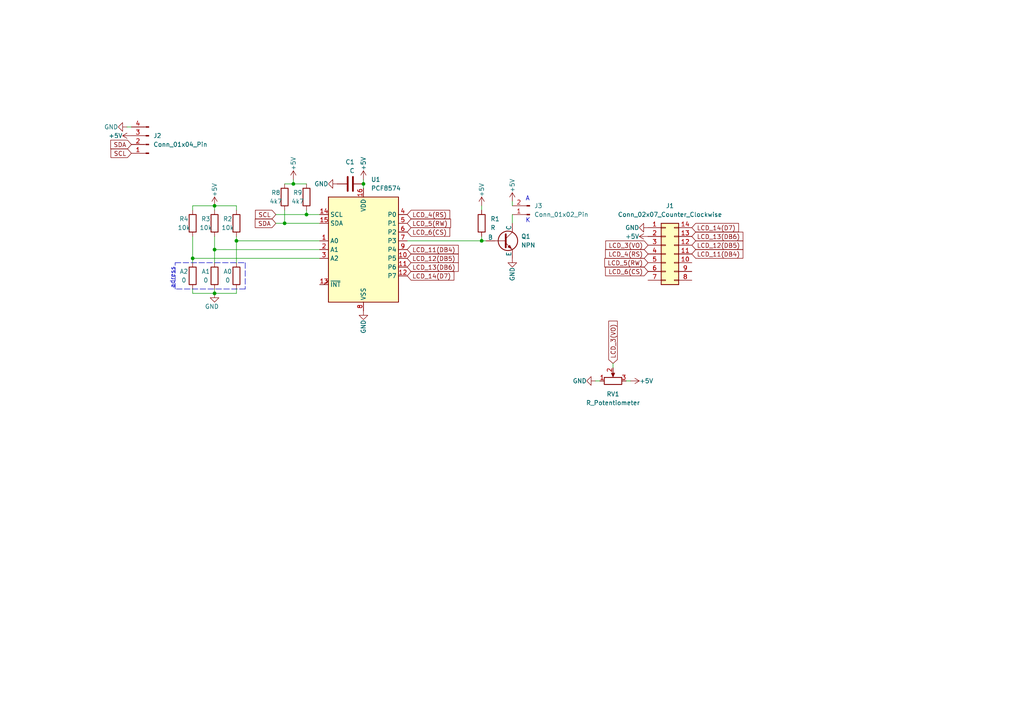
<source format=kicad_sch>
(kicad_sch (version 20231120) (generator "eeschema") (generator_version "8.0")
  (paper "A4")
  (lib_symbols
    (symbol "Connector:Conn_01x02_Pin" (pin_names (offset 1.016) hide)
      (property "Reference" "J" (at 0 2.54 0))
      (property "Value" "Conn_01x02_Pin" (at 0 -5.08 0))
      (symbol "Conn_01x02_Pin_1_1"
        (polyline (pts (xy 1.27 -2.54) (xy 0.8636 -2.54)) (stroke (width 0.1524)))
        (polyline (pts (xy 1.27 0) (xy 0.8636 0)) (stroke (width 0.1524)))
        (rectangle (start 0.8636 -2.413) (end 0 -2.667) (stroke (width 0.1524)) (fill (type outline)))
        (rectangle (start 0.8636 0.127) (end 0 -0.127) (stroke (width 0.1524)) (fill (type outline)))
        (pin passive line (at 5.08 0 180) (length 3.81) (name "Pin_1") (number "1"))
        (pin passive line (at 5.08 -2.54 180) (length 3.81) (name "Pin_2") (number "2"))
      )
    )
    (symbol "Connector:Conn_01x04_Pin" (pin_names (offset 1.016) hide)
      (property "Reference" "J" (at 0 5.08 0))
      (property "Value" "Conn_01x04_Pin" (at 0 -7.62 0))
      (symbol "Conn_01x04_Pin_1_1"
        (polyline (pts (xy 1.27 -5.08) (xy 0.8636 -5.08)) (stroke (width 0.1524)))
        (polyline (pts (xy 1.27 -2.54) (xy 0.8636 -2.54)) (stroke (width 0.1524)))
        (polyline (pts (xy 1.27 0) (xy 0.8636 0)) (stroke (width 0.1524)))
        (polyline (pts (xy 1.27 2.54) (xy 0.8636 2.54)) (stroke (width 0.1524)))
        (rectangle (start 0.8636 -4.953) (end 0 -5.207) (stroke (width 0.1524)) (fill (type outline)))
        (rectangle (start 0.8636 -2.413) (end 0 -2.667) (stroke (width 0.1524)) (fill (type outline)))
        (rectangle (start 0.8636 0.127) (end 0 -0.127) (stroke (width 0.1524)) (fill (type outline)))
        (rectangle (start 0.8636 2.667) (end 0 2.413) (stroke (width 0.1524)) (fill (type outline)))
        (pin passive line (at 5.08 2.54 180) (length 3.81) (name "Pin_1") (number "1"))
        (pin passive line (at 5.08 0 180) (length 3.81) (name "Pin_2") (number "2"))
        (pin passive line (at 5.08 -2.54 180) (length 3.81) (name "Pin_3") (number "3"))
        (pin passive line (at 5.08 -5.08 180) (length 3.81) (name "Pin_4") (number "4"))
      )
    )
    (symbol "Connector_Generic:Conn_02x07_Counter_Clockwise" (pin_names (offset 1.016) hide)
      (property "Reference" "J" (at 1.27 10.16 0))
      (property "Value" "Conn_02x07_Counter_Clockwise" (at 1.27 -10.16 0))
      (symbol "Conn_02x07_Counter_Clockwise_1_1"
        (rectangle (start -1.27 -7.493) (end 0 -7.747) (stroke (width 0.1524)))
        (rectangle (start -1.27 -4.953) (end 0 -5.207) (stroke (width 0.1524)))
        (rectangle (start -1.27 -2.413) (end 0 -2.667) (stroke (width 0.1524)))
        (rectangle (start -1.27 0.127) (end 0 -0.127) (stroke (width 0.1524)))
        (rectangle (start -1.27 2.667) (end 0 2.413) (stroke (width 0.1524)))
        (rectangle (start -1.27 5.207) (end 0 4.953) (stroke (width 0.1524)))
        (rectangle (start -1.27 7.747) (end 0 7.493) (stroke (width 0.1524)))
        (rectangle (start -1.27 8.89) (end 3.81 -8.89) (stroke (width 0.254)) (fill (type background)))
        (rectangle (start 3.81 -7.493) (end 2.54 -7.747) (stroke (width 0.1524)))
        (rectangle (start 3.81 -4.953) (end 2.54 -5.207) (stroke (width 0.1524)))
        (rectangle (start 3.81 -2.413) (end 2.54 -2.667) (stroke (width 0.1524)))
        (rectangle (start 3.81 0.127) (end 2.54 -0.127) (stroke (width 0.1524)))
        (rectangle (start 3.81 2.667) (end 2.54 2.413) (stroke (width 0.1524)))
        (rectangle (start 3.81 5.207) (end 2.54 4.953) (stroke (width 0.1524)))
        (rectangle (start 3.81 7.747) (end 2.54 7.493) (stroke (width 0.1524)))
        (pin passive line (at -5.08 7.62 0) (length 3.81) (name "Pin_1") (number "1"))
        (pin passive line (at 7.62 -2.54 180) (length 3.81) (name "Pin_10") (number "10"))
        (pin passive line (at 7.62 0 180) (length 3.81) (name "Pin_11") (number "11"))
        (pin passive line (at 7.62 2.54 180) (length 3.81) (name "Pin_12") (number "12"))
        (pin passive line (at 7.62 5.08 180) (length 3.81) (name "Pin_13") (number "13"))
        (pin passive line (at 7.62 7.62 180) (length 3.81) (name "Pin_14") (number "14"))
        (pin passive line (at -5.08 5.08 0) (length 3.81) (name "Pin_2") (number "2"))
        (pin passive line (at -5.08 2.54 0) (length 3.81) (name "Pin_3") (number "3"))
        (pin passive line (at -5.08 0 0) (length 3.81) (name "Pin_4") (number "4"))
        (pin passive line (at -5.08 -2.54 0) (length 3.81) (name "Pin_5") (number "5"))
        (pin passive line (at -5.08 -5.08 0) (length 3.81) (name "Pin_6") (number "6"))
        (pin passive line (at -5.08 -7.62 0) (length 3.81) (name "Pin_7") (number "7"))
        (pin passive line (at 7.62 -7.62 180) (length 3.81) (name "Pin_8") (number "8"))
        (pin passive line (at 7.62 -5.08 180) (length 3.81) (name "Pin_9") (number "9"))
      )
    )
    (symbol "Device:C" (pin_numbers hide) (pin_names (offset 0.254))
      (property "Reference" "C" (at 0.635 2.54 0))
      (property "Value" "C" (at 0.635 -2.54 0))
      (symbol "C_0_1"
        (polyline (pts (xy -2.032 -0.762) (xy 2.032 -0.762)) (stroke (width 0.508)))
        (polyline (pts (xy -2.032 0.762) (xy 2.032 0.762)) (stroke (width 0.508)))
      )
      (symbol "C_1_1"
        (pin passive line (at 0 3.81 270) (length 2.794) (name "~") (number "1"))
        (pin passive line (at 0 -3.81 90) (length 2.794) (name "~") (number "2"))
      )
    )
    (symbol "Device:R" (pin_numbers hide) (pin_names (offset 0))
      (property "Reference" "R" (at 2.032 0 90))
      (property "Value" "R" (at 0 0 90))
      (symbol "R_0_1"
        (rectangle (start -1.016 -2.54) (end 1.016 2.54) (stroke (width 0.254)))
      )
      (symbol "R_1_1"
        (pin passive line (at 0 3.81 270) (length 1.27) (name "~") (number "1"))
        (pin passive line (at 0 -3.81 90) (length 1.27) (name "~") (number "2"))
      )
    )
    (symbol "Device:R_Potentiometer" (pin_names (offset 1.016) hide)
      (property "Reference" "RV" (at -4.445 0 90))
      (property "Value" "R_Potentiometer" (at -2.54 0 90))
      (symbol "R_Potentiometer_0_1"
        (polyline (pts (xy 2.54 0) (xy 1.524 0)))
        (polyline (pts (xy 1.143 0) (xy 2.286 0.508) (xy 2.286 -0.508) (xy 1.143 0)) (fill (type outline)))
        (rectangle (start 1.016 2.54) (end -1.016 -2.54) (stroke (width 0.254)))
      )
      (symbol "R_Potentiometer_1_1"
        (pin passive line (at 0 3.81 270) (length 1.27) (name "1") (number "1"))
        (pin passive line (at 3.81 0 180) (length 1.27) (name "2") (number "2"))
        (pin passive line (at 0 -3.81 90) (length 1.27) (name "3") (number "3"))
      )
    )
    (symbol "Interface_Expansion:PCF8574"
      (property "Reference" "U" (at -8.89 16.51 0))
      (property "Value" "PCF8574" (at 2.54 16.51 0))
      (symbol "PCF8574_0_1"
        (rectangle (start -10.16 15.24) (end 10.16 -15.24) (stroke (width 0.254)) (fill (type background)))
      )
      (symbol "PCF8574_1_1"
        (pin input line (at -12.7 2.54 0) (length 2.54) (name "A0") (number "1"))
        (pin bidirectional line (at 12.7 -2.54 180) (length 2.54) (name "P5") (number "10"))
        (pin bidirectional line (at 12.7 -5.08 180) (length 2.54) (name "P6") (number "11"))
        (pin bidirectional line (at 12.7 -7.62 180) (length 2.54) (name "P7") (number "12"))
        (pin open_collector output_low (at -12.7 -10.16 0) (length 2.54) (name "~{INT}") (number "13"))
        (pin input line (at -12.7 10.16 0) (length 2.54) (name "SCL") (number "14"))
        (pin bidirectional line (at -12.7 7.62 0) (length 2.54) (name "SDA") (number "15"))
        (pin power_in line (at 0 17.78 270) (length 2.54) (name "VDD") (number "16"))
        (pin input line (at -12.7 0 0) (length 2.54) (name "A1") (number "2"))
        (pin input line (at -12.7 -2.54 0) (length 2.54) (name "A2") (number "3"))
        (pin bidirectional line (at 12.7 10.16 180) (length 2.54) (name "P0") (number "4"))
        (pin bidirectional line (at 12.7 7.62 180) (length 2.54) (name "P1") (number "5"))
        (pin bidirectional line (at 12.7 5.08 180) (length 2.54) (name "P2") (number "6"))
        (pin bidirectional line (at 12.7 2.54 180) (length 2.54) (name "P3") (number "7"))
        (pin power_in line (at 0 -17.78 90) (length 2.54) (name "VSS") (number "8"))
        (pin bidirectional line (at 12.7 0 180) (length 2.54) (name "P4") (number "9"))
      )
    )
    (symbol "Simulation_SPICE:NPN" (pin_numbers hide) (pin_names (offset 0))
      (property "Reference" "Q" (at -2.54 7.62 0))
      (property "Value" "NPN" (at -2.54 5.08 0))
      (symbol "NPN_0_1"
        (polyline (pts (xy -2.54 0) (xy 0.635 0)) (stroke (width 0.1524)))
        (polyline (pts (xy 0.635 0.635) (xy 2.54 2.54)))
        (polyline (pts (xy 2.794 -1.27) (xy 2.794 -1.27)) (stroke (width 0.1524)))
        (polyline (pts (xy 2.794 -1.27) (xy 2.794 -1.27)) (stroke (width 0.1524)))
        (polyline (pts (xy 0.635 -0.635) (xy 2.54 -2.54) (xy 2.54 -2.54)))
        (polyline (pts (xy 0.635 1.905) (xy 0.635 -1.905) (xy 0.635 -1.905)) (stroke (width 0.508)))
        (polyline (pts (xy 1.27 -1.778) (xy 1.778 -1.27) (xy 2.286 -2.286) (xy 1.27 -1.778) (xy 1.27 -1.778)) (fill (type outline)))
        (circle (center 1.27 0) (radius 2.8194) (stroke (width 0.254)))
      )
      (symbol "NPN_1_1"
        (pin open_collector line (at 2.54 5.08 270) (length 2.54) (name "C") (number "1"))
        (pin input line (at -5.08 0 0) (length 2.54) (name "B") (number "2"))
        (pin open_emitter line (at 2.54 -5.08 90) (length 2.54) (name "E") (number "3"))
      )
    )
    (symbol "power:+5V" (power) (pin_names (offset 0))
      (property "Value" "+5V" (at 0 3.556 0))
      (symbol "+5V_0_1"
        (polyline (pts (xy -0.762 1.27) (xy 0 2.54)))
        (polyline (pts (xy 0 0) (xy 0 2.54)))
        (polyline (pts (xy 0 2.54) (xy 0.762 1.27)))
      )
      (symbol "+5V_1_1"
        (pin power_in line (at 0 0 90) (length 0) hide (name "+5V") (number "1"))
      )
    )
    (symbol "power:GND" (power) (pin_names (offset 0))
      (property "Value" "GND" (at 0 -3.81 0))
      (symbol "GND_0_1"
        (polyline (pts (xy 0 0) (xy 0 -1.27) (xy 1.27 -1.27) (xy 0 -2.54) (xy -1.27 -1.27) (xy 0 -1.27)))
      )
      (symbol "GND_1_1"
        (pin power_in line (at 0 0 270) (length 0) hide (name "GND") (number "1"))
      )
    )
  )
  (junction (at 68.58 69.85))
  (junction (at 55.88 74.93))
  (junction (at 85.09 53.34))
  (junction (at 139.7 69.85))
  (junction (at 62.23 85.09))
  (junction (at 88.9 62.23))
  (junction (at 62.23 72.39))
  (junction (at 105.41 53.34))
  (junction (at 82.55 64.77))
  (junction (at 62.23 59.69))
  (wire (pts (xy 68.58 69.85) (xy 68.58 76.2)))
  (polyline (pts (xy 71.12 76.2) (xy 71.12 83.82)) (stroke (width 0) (type dash)))
  (wire (pts (xy 62.23 68.58) (xy 62.23 72.39)))
  (polyline (pts (xy 50.8 76.2) (xy 71.12 76.2)) (stroke (width 0) (type dash)))
  (wire (pts (xy 62.23 85.09) (xy 68.58 85.09)))
  (wire (pts (xy 82.55 53.34) (xy 85.09 53.34)))
  (wire (pts (xy 88.9 60.96) (xy 88.9 62.23)))
  (wire (pts (xy 105.41 52.07) (xy 105.41 53.34)))
  (polyline (pts (xy 71.12 83.82) (xy 50.8 83.82)) (stroke (width 0) (type dash)))
  (wire (pts (xy 80.01 64.77) (xy 82.55 64.77)))
  (wire (pts (xy 85.09 53.34) (xy 88.9 53.34)))
  (wire (pts (xy 55.88 85.09) (xy 55.88 83.82)))
  (wire (pts (xy 68.58 85.09) (xy 68.58 83.82)))
  (wire (pts (xy 148.59 58.42) (xy 148.59 59.69)))
  (wire (pts (xy 139.7 68.58) (xy 139.7 69.85)))
  (wire (pts (xy 140.97 69.85) (xy 139.7 69.85)))
  (wire (pts (xy 68.58 69.85) (xy 68.58 68.58)))
  (wire (pts (xy 55.88 74.93) (xy 55.88 68.58)))
  (wire (pts (xy 55.88 74.93) (xy 55.88 76.2)))
  (polyline (pts (xy 50.8 83.82) (xy 50.8 76.2)) (stroke (width 0) (type dash)))
  (wire (pts (xy 182.88 110.49) (xy 181.61 110.49)))
  (wire (pts (xy 80.01 62.23) (xy 88.9 62.23)))
  (wire (pts (xy 177.8 105.41) (xy 177.8 106.68)))
  (wire (pts (xy 62.23 72.39) (xy 92.71 72.39)))
  (wire (pts (xy 36.83 36.83) (xy 38.1 36.83)))
  (wire (pts (xy 118.11 69.85) (xy 139.7 69.85)))
  (wire (pts (xy 82.55 60.96) (xy 82.55 64.77)))
  (wire (pts (xy 85.09 52.07) (xy 85.09 53.34)))
  (wire (pts (xy 105.41 53.34) (xy 105.41 54.61)))
  (wire (pts (xy 62.23 72.39) (xy 62.23 76.2)))
  (wire (pts (xy 55.88 59.69) (xy 62.23 59.69)))
  (wire (pts (xy 172.72 110.49) (xy 173.99 110.49)))
  (wire (pts (xy 55.88 85.09) (xy 62.23 85.09)))
  (wire (pts (xy 88.9 62.23) (xy 92.71 62.23)))
  (wire (pts (xy 68.58 59.69) (xy 68.58 60.96)))
  (wire (pts (xy 68.58 69.85) (xy 92.71 69.85)))
  (wire (pts (xy 139.7 59.69) (xy 139.7 60.96)))
  (wire (pts (xy 55.88 74.93) (xy 92.71 74.93)))
  (wire (pts (xy 55.88 59.69) (xy 55.88 60.96)))
  (wire (pts (xy 62.23 85.09) (xy 62.23 83.82)))
  (wire (pts (xy 62.23 59.69) (xy 68.58 59.69)))
  (wire (pts (xy 82.55 64.77) (xy 92.71 64.77)))
  (wire (pts (xy 62.23 59.69) (xy 62.23 60.96)))
  (wire (pts (xy 148.59 62.23) (xy 148.59 64.77)))
  (text "A\n" (at 152.4 58.42 0) (effects (font (size 1.27 1.27)) (justify left bottom)))
  (text "adress" (at 50.8 83.82 90) (effects (font (size 1.27 1.27)) (justify left bottom)))
  (text "K\n" (at 152.4 64.77 0) (effects (font (size 1.27 1.27)) (justify left bottom)))
  (global_label "LCD_3(VO)" (shape input) (at 177.8 105.41 90) (property "Intersheetrefs" "${INTERSHEET_REFS}" (effects (hide yes))))
  (global_label "LCD_13(DB6)" (shape input) (at 200.66 68.58 0) (property "Intersheetrefs" "${INTERSHEET_REFS}" (effects (hide yes))))
  (global_label "LCD_6(CS)" (shape input) (at 187.96 78.74 180) (property "Intersheetrefs" "${INTERSHEET_REFS}" (effects (hide yes))))
  (global_label "LCD_3(VO)" (shape input) (at 187.96 71.12 180) (property "Intersheetrefs" "${INTERSHEET_REFS}" (effects (hide yes))))
  (global_label "LCD_4(RS)" (shape input) (at 118.11 62.23 0) (property "Intersheetrefs" "${INTERSHEET_REFS}" (effects (hide yes))))
  (global_label "LCD_6(CS)" (shape input) (at 118.11 67.31 0) (property "Intersheetrefs" "${INTERSHEET_REFS}" (effects (hide yes))))
  (global_label "LCD_13(DB6)" (shape input) (at 118.11 77.47 0) (property "Intersheetrefs" "${INTERSHEET_REFS}" (effects (hide yes))))
  (global_label "LCD_5(RW)" (shape input) (at 118.11 64.77 0) (property "Intersheetrefs" "${INTERSHEET_REFS}" (effects (hide yes))))
  (global_label "SDA" (shape input) (at 38.1 41.91 180) (property "Intersheetrefs" "${INTERSHEET_REFS}" (effects (hide yes))))
  (global_label "LCD_12(DB5)" (shape input) (at 200.66 71.12 0) (property "Intersheetrefs" "${INTERSHEET_REFS}" (effects (hide yes))))
  (global_label "SCL" (shape input) (at 80.01 62.23 180) (property "Intersheetrefs" "${INTERSHEET_REFS}" (effects (hide yes))))
  (global_label "LCD_11(DB4)" (shape input) (at 200.66 73.66 0) (property "Intersheetrefs" "${INTERSHEET_REFS}" (effects (hide yes))))
  (global_label "LCD_11(DB4)" (shape input) (at 118.11 72.39 0) (property "Intersheetrefs" "${INTERSHEET_REFS}" (effects (hide yes))))
  (global_label "LCD_12(DB5)" (shape input) (at 118.11 74.93 0) (property "Intersheetrefs" "${INTERSHEET_REFS}" (effects (hide yes))))
  (global_label "SDA" (shape input) (at 80.01 64.77 180) (property "Intersheetrefs" "${INTERSHEET_REFS}" (effects (hide yes))))
  (global_label "LCD_4(RS)" (shape input) (at 187.96 73.66 180) (property "Intersheetrefs" "${INTERSHEET_REFS}" (effects (hide yes))))
  (global_label "SCL" (shape input) (at 38.1 44.45 180) (property "Intersheetrefs" "${INTERSHEET_REFS}" (effects (hide yes))))
  (global_label "LCD_14(D7)" (shape input) (at 118.11 80.01 0) (property "Intersheetrefs" "${INTERSHEET_REFS}" (effects (hide yes))))
  (global_label "LCD_5(RW)" (shape input) (at 187.96 76.2 180) (property "Intersheetrefs" "${INTERSHEET_REFS}" (effects (hide yes))))
  (global_label "LCD_14(D7)" (shape input) (at 200.66 66.04 0) (property "Intersheetrefs" "${INTERSHEET_REFS}" (effects (hide yes))))
  (symbol (lib_id "Device:R") (at 55.88 64.77 180) (unit 1)
    (property "Reference" "R4" (at 53.34 63.5 0))
    (property "Value" "10k" (at 53.34 66.04 0))
    (property "Footprint" "Resistor_SMD:R_0805_2012Metric" (effects (hide yes)))
  )
  (symbol (lib_id "power:GND") (at 187.96 66.04 270) (unit 1)
    (property "Reference" "#PWR04" (effects (hide yes)))
    (property "Value" "GND" (at 185.42 66.04 90) (effects (justify right)))
  )
  (symbol (lib_id "Device:R") (at 139.7 64.77 0) (unit 1)
    (property "Reference" "R1" (at 142.24 63.5 0) (effects (justify left)))
    (property "Value" "R" (at 142.24 66.04 0) (effects (justify left)))
    (property "Footprint" "Resistor_SMD:R_0805_2012Metric" (effects (hide yes)))
  )
  (symbol (lib_id "Device:R") (at 82.55 57.15 180) (unit 1)
    (property "Reference" "R8" (at 80.01 55.88 0))
    (property "Value" "4k7" (at 80.01 58.42 0))
    (property "Footprint" "Resistor_SMD:R_0805_2012Metric" (effects (hide yes)))
  )
  (symbol (lib_id "power:GND") (at 105.41 90.17 0) (unit 1)
    (property "Reference" "#PWR03" (effects (hide yes)))
    (property "Value" "GND" (at 105.41 92.71 90) (effects (justify right)))
  )
  (symbol (lib_id "power:GND") (at 172.72 110.49 270) (unit 1)
    (property "Reference" "#PWR06" (effects (hide yes)))
    (property "Value" "GND" (at 170.18 110.49 90) (effects (justify right)))
  )
  (symbol (lib_id "Interface_Expansion:PCF8574") (at 105.41 72.39 0) (unit 1)
    (property "Reference" "U1" (at 107.6041 52.07 0) (effects (justify left)))
    (property "Value" "PCF8574" (at 107.6041 54.61 0) (effects (justify left)))
    (property "Footprint" "Package_SO:SO-16_5.3x10.2mm_P1.27mm" (effects (hide yes)))
    (property "Datasheet" "http://www.nxp.com/docs/en/data-sheet/PCF8574_PCF8574A.pdf" (effects (hide yes)))
  )
  (symbol (lib_id "Device:R") (at 62.23 64.77 180) (unit 1)
    (property "Reference" "R3" (at 59.69 63.5 0))
    (property "Value" "10k" (at 59.69 66.04 0))
    (property "Footprint" "Resistor_SMD:R_0805_2012Metric" (effects (hide yes)))
  )
  (symbol (lib_id "Device:R") (at 68.58 80.01 180) (unit 1)
    (property "Reference" "A0" (at 66.04 78.74 0))
    (property "Value" "0" (at 66.04 81.28 0))
    (property "Footprint" "Resistor_SMD:R_0805_2012Metric" (effects (hide yes)))
  )
  (symbol (lib_id "power:GND") (at 148.59 74.93 0) (unit 1)
    (property "Reference" "#PWR013" (effects (hide yes)))
    (property "Value" "GND" (at 148.59 77.47 90) (effects (justify right)))
  )
  (symbol (lib_id "Device:R") (at 68.58 64.77 180) (unit 1)
    (property "Reference" "R2" (at 66.04 63.5 0))
    (property "Value" "10k" (at 66.04 66.04 0))
    (property "Footprint" "Resistor_SMD:R_0805_2012Metric" (effects (hide yes)))
  )
  (symbol (lib_id "power:GND") (at 97.79 53.34 270) (unit 1)
    (property "Reference" "#PWR01" (effects (hide yes)))
    (property "Value" "GND" (at 95.25 53.34 90) (effects (justify right)))
  )
  (symbol (lib_id "power:+5V") (at 182.88 110.49 270) (unit 1)
    (property "Reference" "#PWR07" (effects (hide yes)))
    (property "Value" "+5V" (at 185.42 110.49 90) (effects (justify left)))
  )
  (symbol (lib_id "Device:R") (at 62.23 80.01 180) (unit 1)
    (property "Reference" "A1" (at 59.69 78.74 0))
    (property "Value" "0" (at 59.69 81.28 0))
    (property "Footprint" "Resistor_SMD:R_0805_2012Metric" (effects (hide yes)))
  )
  (symbol (lib_id "Connector:Conn_01x04_Pin") (at 43.18 41.91 180) (unit 1)
    (property "Reference" "J2" (at 44.45 39.37 0) (effects (justify right)))
    (property "Value" "Conn_01x04_Pin" (at 44.45 41.91 0) (effects (justify right)))
    (property "Footprint" "Connector_PinHeader_2.54mm:PinHeader_1x04_P2.54mm_Vertical" (effects (hide yes)))
  )
  (symbol (lib_id "Device:R") (at 55.88 80.01 180) (unit 1)
    (property "Reference" "A2" (at 53.34 78.74 0))
    (property "Value" "0" (at 53.34 81.28 0))
    (property "Footprint" "Resistor_SMD:R_0805_2012Metric" (effects (hide yes)))
  )
  (symbol (lib_id "power:+5V") (at 85.09 52.07 0) (unit 1)
    (property "Reference" "#PWR015" (effects (hide yes)))
    (property "Value" "+5V" (at 85.09 49.53 90) (effects (justify left)))
  )
  (symbol (lib_id "Device:C") (at 101.6 53.34 90) (unit 1)
    (property "Reference" "C1" (at 102.87 46.99 90) (effects (justify left)))
    (property "Value" "C" (at 102.87 49.53 90) (effects (justify left)))
    (property "Footprint" "Capacitor_SMD:C_0805_2012Metric" (effects (hide yes)))
  )
  (symbol (lib_id "Connector:Conn_01x02_Pin") (at 153.67 62.23 180) (unit 1)
    (property "Reference" "J3" (at 154.94 59.69 0) (effects (justify right)))
    (property "Value" "Conn_01x02_Pin" (at 154.94 62.23 0) (effects (justify right)))
    (property "Footprint" "Connector_PinHeader_2.54mm:PinHeader_1x02_P2.54mm_Vertical" (effects (hide yes)))
  )
  (symbol (lib_id "Connector_Generic:Conn_02x07_Counter_Clockwise") (at 193.04 73.66 0) (unit 1)
    (property "Reference" "J1" (at 194.31 59.69 0))
    (property "Value" "Conn_02x07_Counter_Clockwise" (at 194.31 62.23 0))
    (property "Footprint" "Connector_PinHeader_2.54mm:PinHeader_2x07_P2.54mm_Vertical" (effects (hide yes)))
  )
  (symbol (lib_id "power:GND") (at 36.83 36.83 270) (unit 1)
    (property "Reference" "#PWR08" (effects (hide yes)))
    (property "Value" "GND" (at 34.29 36.83 90) (effects (justify right)))
  )
  (symbol (lib_id "power:+5V") (at 62.23 59.69 0) (unit 1)
    (property "Reference" "#PWR011" (effects (hide yes)))
    (property "Value" "+5V" (at 62.23 57.15 90) (effects (justify left)))
  )
  (symbol (lib_id "power:+5V") (at 38.1 39.37 90) (unit 1)
    (property "Reference" "#PWR09" (effects (hide yes)))
    (property "Value" "+5V" (at 35.56 39.37 90) (effects (justify left)))
  )
  (symbol (lib_id "power:+5V") (at 148.59 58.42 0) (unit 1)
    (property "Reference" "#PWR014" (effects (hide yes)))
    (property "Value" "+5V" (at 148.59 55.88 90) (effects (justify left)))
  )
  (symbol (lib_id "Device:R") (at 88.9 57.15 180) (unit 1)
    (property "Reference" "R9" (at 86.36 55.88 0))
    (property "Value" "4k7" (at 86.36 58.42 0))
    (property "Footprint" "Resistor_SMD:R_0805_2012Metric" (effects (hide yes)))
  )
  (symbol (lib_id "Simulation_SPICE:NPN") (at 146.05 69.85 0) (unit 1)
    (property "Reference" "Q1" (at 151.13 68.58 0) (effects (justify left)))
    (property "Value" "NPN" (at 151.13 71.12 0) (effects (justify left)))
    (property "Footprint" "Package_TO_SOT_SMD:SOT-23-3" (effects (hide yes)))
    (property "Sim.Device" "NPN" (effects (hide yes)))
    (property "Sim.Type" "GUMMELPOON" (effects (hide yes)))
    (property "Sim.Pins" "1=C 2=B 3=E" (effects (hide yes)))
  )
  (symbol (lib_id "power:+5V") (at 187.96 68.58 90) (unit 1)
    (property "Reference" "#PWR05" (effects (hide yes)))
    (property "Value" "+5V" (at 185.42 68.58 90) (effects (justify left)))
  )
  (symbol (lib_id "Device:R_Potentiometer") (at 177.8 110.49 90) (unit 1)
    (property "Reference" "RV1" (at 177.8 114.3 90))
    (property "Value" "R_Potentiometer" (at 177.8 116.84 90))
    (property "Footprint" "OK1NYA:Potentiometer_Bourns_3362P_Vertical" (effects (hide yes)))
  )
  (symbol (lib_id "power:+5V") (at 139.7 59.69 0) (unit 1)
    (property "Reference" "#PWR010" (effects (hide yes)))
    (property "Value" "+5V" (at 139.7 57.15 90) (effects (justify left)))
  )
  (symbol (lib_id "power:+5V") (at 105.41 52.07 0) (unit 1)
    (property "Reference" "#PWR02" (effects (hide yes)))
    (property "Value" "+5V" (at 105.41 49.53 90) (effects (justify left)))
  )
  (symbol (lib_id "power:GND") (at 62.23 85.09 0) (unit 1)
    (property "Reference" "#PWR012" (effects (hide yes)))
    (property "Value" "GND" (at 63.5 88.9 0) (effects (justify right)))
  )
)
</source>
